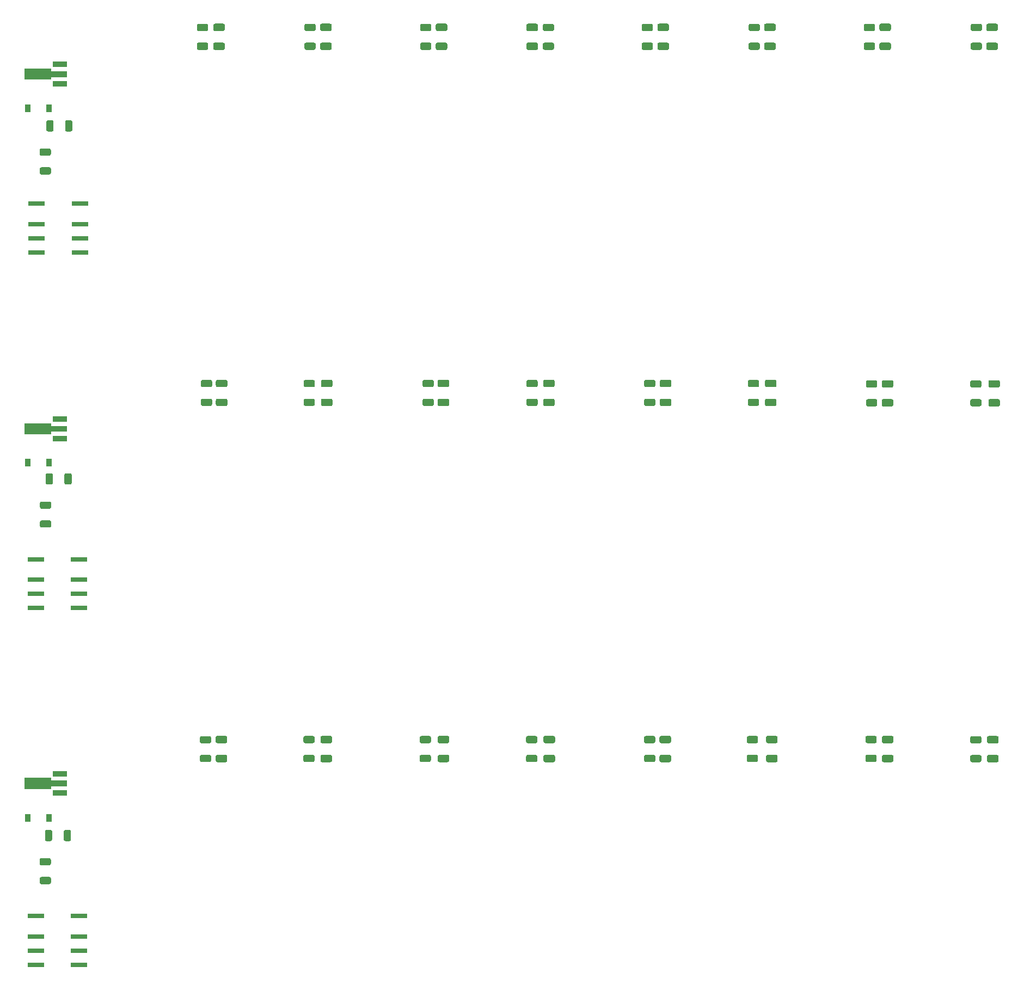
<source format=gbr>
%TF.GenerationSoftware,KiCad,Pcbnew,(5.1.9)-1*%
%TF.CreationDate,2021-07-24T23:41:22+02:00*%
%TF.ProjectId,RelayControls-HPK,52656c61-7943-46f6-9e74-726f6c732d48,V0.1*%
%TF.SameCoordinates,Original*%
%TF.FileFunction,Paste,Top*%
%TF.FilePolarity,Positive*%
%FSLAX46Y46*%
G04 Gerber Fmt 4.6, Leading zero omitted, Abs format (unit mm)*
G04 Created by KiCad (PCBNEW (5.1.9)-1) date 2021-07-24 23:41:22*
%MOMM*%
%LPD*%
G01*
G04 APERTURE LIST*
%ADD10R,0.900000X1.200000*%
%ADD11R,2.660000X0.800000*%
%ADD12C,0.100000*%
%ADD13R,2.300000X0.900000*%
G04 APERTURE END LIST*
%TO.C,C1*%
G36*
G01*
X120500001Y-37325000D02*
X119199999Y-37325000D01*
G75*
G02*
X118950000Y-37075001I0J249999D01*
G01*
X118950000Y-36424999D01*
G75*
G02*
X119199999Y-36175000I249999J0D01*
G01*
X120500001Y-36175000D01*
G75*
G02*
X120750000Y-36424999I0J-249999D01*
G01*
X120750000Y-37075001D01*
G75*
G02*
X120500001Y-37325000I-249999J0D01*
G01*
G37*
G36*
G01*
X120500001Y-40275000D02*
X119199999Y-40275000D01*
G75*
G02*
X118950000Y-40025001I0J249999D01*
G01*
X118950000Y-39374999D01*
G75*
G02*
X119199999Y-39125000I249999J0D01*
G01*
X120500001Y-39125000D01*
G75*
G02*
X120750000Y-39374999I0J-249999D01*
G01*
X120750000Y-40025001D01*
G75*
G02*
X120500001Y-40275000I-249999J0D01*
G01*
G37*
%TD*%
%TO.C,C2*%
G36*
G01*
X51425001Y-40275000D02*
X50124999Y-40275000D01*
G75*
G02*
X49875000Y-40025001I0J249999D01*
G01*
X49875000Y-39374999D01*
G75*
G02*
X50124999Y-39125000I249999J0D01*
G01*
X51425001Y-39125000D01*
G75*
G02*
X51675000Y-39374999I0J-249999D01*
G01*
X51675000Y-40025001D01*
G75*
G02*
X51425001Y-40275000I-249999J0D01*
G01*
G37*
G36*
G01*
X51425001Y-37325000D02*
X50124999Y-37325000D01*
G75*
G02*
X49875000Y-37075001I0J249999D01*
G01*
X49875000Y-36424999D01*
G75*
G02*
X50124999Y-36175000I249999J0D01*
G01*
X51425001Y-36175000D01*
G75*
G02*
X51675000Y-36424999I0J-249999D01*
G01*
X51675000Y-37075001D01*
G75*
G02*
X51425001Y-37325000I-249999J0D01*
G01*
G37*
%TD*%
%TO.C,C3*%
G36*
G01*
X86025001Y-37325000D02*
X84724999Y-37325000D01*
G75*
G02*
X84475000Y-37075001I0J249999D01*
G01*
X84475000Y-36424999D01*
G75*
G02*
X84724999Y-36175000I249999J0D01*
G01*
X86025001Y-36175000D01*
G75*
G02*
X86275000Y-36424999I0J-249999D01*
G01*
X86275000Y-37075001D01*
G75*
G02*
X86025001Y-37325000I-249999J0D01*
G01*
G37*
G36*
G01*
X86025001Y-40275000D02*
X84724999Y-40275000D01*
G75*
G02*
X84475000Y-40025001I0J249999D01*
G01*
X84475000Y-39374999D01*
G75*
G02*
X84724999Y-39125000I249999J0D01*
G01*
X86025001Y-39125000D01*
G75*
G02*
X86275000Y-39374999I0J-249999D01*
G01*
X86275000Y-40025001D01*
G75*
G02*
X86025001Y-40275000I-249999J0D01*
G01*
G37*
%TD*%
%TO.C,C4*%
G36*
G01*
X155025001Y-37325000D02*
X153724999Y-37325000D01*
G75*
G02*
X153475000Y-37075001I0J249999D01*
G01*
X153475000Y-36424999D01*
G75*
G02*
X153724999Y-36175000I249999J0D01*
G01*
X155025001Y-36175000D01*
G75*
G02*
X155275000Y-36424999I0J-249999D01*
G01*
X155275000Y-37075001D01*
G75*
G02*
X155025001Y-37325000I-249999J0D01*
G01*
G37*
G36*
G01*
X155025001Y-40275000D02*
X153724999Y-40275000D01*
G75*
G02*
X153475000Y-40025001I0J249999D01*
G01*
X153475000Y-39374999D01*
G75*
G02*
X153724999Y-39125000I249999J0D01*
G01*
X155025001Y-39125000D01*
G75*
G02*
X155275000Y-39374999I0J-249999D01*
G01*
X155275000Y-40025001D01*
G75*
G02*
X155025001Y-40275000I-249999J0D01*
G01*
G37*
%TD*%
%TO.C,C5*%
G36*
G01*
X135799999Y-39125000D02*
X137100001Y-39125000D01*
G75*
G02*
X137350000Y-39374999I0J-249999D01*
G01*
X137350000Y-40025001D01*
G75*
G02*
X137100001Y-40275000I-249999J0D01*
G01*
X135799999Y-40275000D01*
G75*
G02*
X135550000Y-40025001I0J249999D01*
G01*
X135550000Y-39374999D01*
G75*
G02*
X135799999Y-39125000I249999J0D01*
G01*
G37*
G36*
G01*
X135799999Y-36175000D02*
X137100001Y-36175000D01*
G75*
G02*
X137350000Y-36424999I0J-249999D01*
G01*
X137350000Y-37075001D01*
G75*
G02*
X137100001Y-37325000I-249999J0D01*
G01*
X135799999Y-37325000D01*
G75*
G02*
X135550000Y-37075001I0J249999D01*
G01*
X135550000Y-36424999D01*
G75*
G02*
X135799999Y-36175000I249999J0D01*
G01*
G37*
%TD*%
%TO.C,C6*%
G36*
G01*
X66749999Y-36175000D02*
X68050001Y-36175000D01*
G75*
G02*
X68300000Y-36424999I0J-249999D01*
G01*
X68300000Y-37075001D01*
G75*
G02*
X68050001Y-37325000I-249999J0D01*
G01*
X66749999Y-37325000D01*
G75*
G02*
X66500000Y-37075001I0J249999D01*
G01*
X66500000Y-36424999D01*
G75*
G02*
X66749999Y-36175000I249999J0D01*
G01*
G37*
G36*
G01*
X66749999Y-39125000D02*
X68050001Y-39125000D01*
G75*
G02*
X68300000Y-39374999I0J-249999D01*
G01*
X68300000Y-40025001D01*
G75*
G02*
X68050001Y-40275000I-249999J0D01*
G01*
X66749999Y-40275000D01*
G75*
G02*
X66500000Y-40025001I0J249999D01*
G01*
X66500000Y-39374999D01*
G75*
G02*
X66749999Y-39125000I249999J0D01*
G01*
G37*
%TD*%
%TO.C,C7*%
G36*
G01*
X98819999Y-39125000D02*
X100120001Y-39125000D01*
G75*
G02*
X100370000Y-39374999I0J-249999D01*
G01*
X100370000Y-40025001D01*
G75*
G02*
X100120001Y-40275000I-249999J0D01*
G01*
X98819999Y-40275000D01*
G75*
G02*
X98570000Y-40025001I0J249999D01*
G01*
X98570000Y-39374999D01*
G75*
G02*
X98819999Y-39125000I249999J0D01*
G01*
G37*
G36*
G01*
X98819999Y-36175000D02*
X100120001Y-36175000D01*
G75*
G02*
X100370000Y-36424999I0J-249999D01*
G01*
X100370000Y-37075001D01*
G75*
G02*
X100120001Y-37325000I-249999J0D01*
G01*
X98819999Y-37325000D01*
G75*
G02*
X98570000Y-37075001I0J249999D01*
G01*
X98570000Y-36424999D01*
G75*
G02*
X98819999Y-36175000I249999J0D01*
G01*
G37*
%TD*%
%TO.C,C8*%
G36*
G01*
X170349999Y-36175000D02*
X171650001Y-36175000D01*
G75*
G02*
X171900000Y-36424999I0J-249999D01*
G01*
X171900000Y-37075001D01*
G75*
G02*
X171650001Y-37325000I-249999J0D01*
G01*
X170349999Y-37325000D01*
G75*
G02*
X170100000Y-37075001I0J249999D01*
G01*
X170100000Y-36424999D01*
G75*
G02*
X170349999Y-36175000I249999J0D01*
G01*
G37*
G36*
G01*
X170349999Y-39125000D02*
X171650001Y-39125000D01*
G75*
G02*
X171900000Y-39374999I0J-249999D01*
G01*
X171900000Y-40025001D01*
G75*
G02*
X171650001Y-40275000I-249999J0D01*
G01*
X170349999Y-40275000D01*
G75*
G02*
X170100000Y-40025001I0J249999D01*
G01*
X170100000Y-39374999D01*
G75*
G02*
X170349999Y-39125000I249999J0D01*
G01*
G37*
%TD*%
%TO.C,C9*%
G36*
G01*
X120875001Y-92725000D02*
X119574999Y-92725000D01*
G75*
G02*
X119325000Y-92475001I0J249999D01*
G01*
X119325000Y-91824999D01*
G75*
G02*
X119574999Y-91575000I249999J0D01*
G01*
X120875001Y-91575000D01*
G75*
G02*
X121125000Y-91824999I0J-249999D01*
G01*
X121125000Y-92475001D01*
G75*
G02*
X120875001Y-92725000I-249999J0D01*
G01*
G37*
G36*
G01*
X120875001Y-95675000D02*
X119574999Y-95675000D01*
G75*
G02*
X119325000Y-95425001I0J249999D01*
G01*
X119325000Y-94774999D01*
G75*
G02*
X119574999Y-94525000I249999J0D01*
G01*
X120875001Y-94525000D01*
G75*
G02*
X121125000Y-94774999I0J-249999D01*
G01*
X121125000Y-95425001D01*
G75*
G02*
X120875001Y-95675000I-249999J0D01*
G01*
G37*
%TD*%
%TO.C,C10*%
G36*
G01*
X51825001Y-95675000D02*
X50524999Y-95675000D01*
G75*
G02*
X50275000Y-95425001I0J249999D01*
G01*
X50275000Y-94774999D01*
G75*
G02*
X50524999Y-94525000I249999J0D01*
G01*
X51825001Y-94525000D01*
G75*
G02*
X52075000Y-94774999I0J-249999D01*
G01*
X52075000Y-95425001D01*
G75*
G02*
X51825001Y-95675000I-249999J0D01*
G01*
G37*
G36*
G01*
X51825001Y-92725000D02*
X50524999Y-92725000D01*
G75*
G02*
X50275000Y-92475001I0J249999D01*
G01*
X50275000Y-91824999D01*
G75*
G02*
X50524999Y-91575000I249999J0D01*
G01*
X51825001Y-91575000D01*
G75*
G02*
X52075000Y-91824999I0J-249999D01*
G01*
X52075000Y-92475001D01*
G75*
G02*
X51825001Y-92725000I-249999J0D01*
G01*
G37*
%TD*%
%TO.C,C11*%
G36*
G01*
X86325001Y-95675000D02*
X85024999Y-95675000D01*
G75*
G02*
X84775000Y-95425001I0J249999D01*
G01*
X84775000Y-94774999D01*
G75*
G02*
X85024999Y-94525000I249999J0D01*
G01*
X86325001Y-94525000D01*
G75*
G02*
X86575000Y-94774999I0J-249999D01*
G01*
X86575000Y-95425001D01*
G75*
G02*
X86325001Y-95675000I-249999J0D01*
G01*
G37*
G36*
G01*
X86325001Y-92725000D02*
X85024999Y-92725000D01*
G75*
G02*
X84775000Y-92475001I0J249999D01*
G01*
X84775000Y-91824999D01*
G75*
G02*
X85024999Y-91575000I249999J0D01*
G01*
X86325001Y-91575000D01*
G75*
G02*
X86575000Y-91824999I0J-249999D01*
G01*
X86575000Y-92475001D01*
G75*
G02*
X86325001Y-92725000I-249999J0D01*
G01*
G37*
%TD*%
%TO.C,C12*%
G36*
G01*
X155390001Y-92790000D02*
X154089999Y-92790000D01*
G75*
G02*
X153840000Y-92540001I0J249999D01*
G01*
X153840000Y-91889999D01*
G75*
G02*
X154089999Y-91640000I249999J0D01*
G01*
X155390001Y-91640000D01*
G75*
G02*
X155640000Y-91889999I0J-249999D01*
G01*
X155640000Y-92540001D01*
G75*
G02*
X155390001Y-92790000I-249999J0D01*
G01*
G37*
G36*
G01*
X155390001Y-95740000D02*
X154089999Y-95740000D01*
G75*
G02*
X153840000Y-95490001I0J249999D01*
G01*
X153840000Y-94839999D01*
G75*
G02*
X154089999Y-94590000I249999J0D01*
G01*
X155390001Y-94590000D01*
G75*
G02*
X155640000Y-94839999I0J-249999D01*
G01*
X155640000Y-95490001D01*
G75*
G02*
X155390001Y-95740000I-249999J0D01*
G01*
G37*
%TD*%
%TO.C,C13*%
G36*
G01*
X135924999Y-91575000D02*
X137225001Y-91575000D01*
G75*
G02*
X137475000Y-91824999I0J-249999D01*
G01*
X137475000Y-92475001D01*
G75*
G02*
X137225001Y-92725000I-249999J0D01*
G01*
X135924999Y-92725000D01*
G75*
G02*
X135675000Y-92475001I0J249999D01*
G01*
X135675000Y-91824999D01*
G75*
G02*
X135924999Y-91575000I249999J0D01*
G01*
G37*
G36*
G01*
X135924999Y-94525000D02*
X137225001Y-94525000D01*
G75*
G02*
X137475000Y-94774999I0J-249999D01*
G01*
X137475000Y-95425001D01*
G75*
G02*
X137225001Y-95675000I-249999J0D01*
G01*
X135924999Y-95675000D01*
G75*
G02*
X135675000Y-95425001I0J249999D01*
G01*
X135675000Y-94774999D01*
G75*
G02*
X135924999Y-94525000I249999J0D01*
G01*
G37*
%TD*%
%TO.C,C14*%
G36*
G01*
X66874999Y-91575000D02*
X68175001Y-91575000D01*
G75*
G02*
X68425000Y-91824999I0J-249999D01*
G01*
X68425000Y-92475001D01*
G75*
G02*
X68175001Y-92725000I-249999J0D01*
G01*
X66874999Y-92725000D01*
G75*
G02*
X66625000Y-92475001I0J249999D01*
G01*
X66625000Y-91824999D01*
G75*
G02*
X66874999Y-91575000I249999J0D01*
G01*
G37*
G36*
G01*
X66874999Y-94525000D02*
X68175001Y-94525000D01*
G75*
G02*
X68425000Y-94774999I0J-249999D01*
G01*
X68425000Y-95425001D01*
G75*
G02*
X68175001Y-95675000I-249999J0D01*
G01*
X66874999Y-95675000D01*
G75*
G02*
X66625000Y-95425001I0J249999D01*
G01*
X66625000Y-94774999D01*
G75*
G02*
X66874999Y-94525000I249999J0D01*
G01*
G37*
%TD*%
%TO.C,C15*%
G36*
G01*
X101424999Y-91575000D02*
X102725001Y-91575000D01*
G75*
G02*
X102975000Y-91824999I0J-249999D01*
G01*
X102975000Y-92475001D01*
G75*
G02*
X102725001Y-92725000I-249999J0D01*
G01*
X101424999Y-92725000D01*
G75*
G02*
X101175000Y-92475001I0J249999D01*
G01*
X101175000Y-91824999D01*
G75*
G02*
X101424999Y-91575000I249999J0D01*
G01*
G37*
G36*
G01*
X101424999Y-94525000D02*
X102725001Y-94525000D01*
G75*
G02*
X102975000Y-94774999I0J-249999D01*
G01*
X102975000Y-95425001D01*
G75*
G02*
X102725001Y-95675000I-249999J0D01*
G01*
X101424999Y-95675000D01*
G75*
G02*
X101175000Y-95425001I0J249999D01*
G01*
X101175000Y-94774999D01*
G75*
G02*
X101424999Y-94525000I249999J0D01*
G01*
G37*
%TD*%
%TO.C,C16*%
G36*
G01*
X170669999Y-91640000D02*
X171970001Y-91640000D01*
G75*
G02*
X172220000Y-91889999I0J-249999D01*
G01*
X172220000Y-92540001D01*
G75*
G02*
X171970001Y-92790000I-249999J0D01*
G01*
X170669999Y-92790000D01*
G75*
G02*
X170420000Y-92540001I0J249999D01*
G01*
X170420000Y-91889999D01*
G75*
G02*
X170669999Y-91640000I249999J0D01*
G01*
G37*
G36*
G01*
X170669999Y-94590000D02*
X171970001Y-94590000D01*
G75*
G02*
X172220000Y-94839999I0J-249999D01*
G01*
X172220000Y-95490001D01*
G75*
G02*
X171970001Y-95740000I-249999J0D01*
G01*
X170669999Y-95740000D01*
G75*
G02*
X170420000Y-95490001I0J249999D01*
G01*
X170420000Y-94839999D01*
G75*
G02*
X170669999Y-94590000I249999J0D01*
G01*
G37*
%TD*%
%TO.C,C17*%
G36*
G01*
X120825001Y-151075000D02*
X119524999Y-151075000D01*
G75*
G02*
X119275000Y-150825001I0J249999D01*
G01*
X119275000Y-150174999D01*
G75*
G02*
X119524999Y-149925000I249999J0D01*
G01*
X120825001Y-149925000D01*
G75*
G02*
X121075000Y-150174999I0J-249999D01*
G01*
X121075000Y-150825001D01*
G75*
G02*
X120825001Y-151075000I-249999J0D01*
G01*
G37*
G36*
G01*
X120825001Y-148125000D02*
X119524999Y-148125000D01*
G75*
G02*
X119275000Y-147875001I0J249999D01*
G01*
X119275000Y-147224999D01*
G75*
G02*
X119524999Y-146975000I249999J0D01*
G01*
X120825001Y-146975000D01*
G75*
G02*
X121075000Y-147224999I0J-249999D01*
G01*
X121075000Y-147875001D01*
G75*
G02*
X120825001Y-148125000I-249999J0D01*
G01*
G37*
%TD*%
%TO.C,C18*%
G36*
G01*
X51800001Y-148125000D02*
X50499999Y-148125000D01*
G75*
G02*
X50250000Y-147875001I0J249999D01*
G01*
X50250000Y-147224999D01*
G75*
G02*
X50499999Y-146975000I249999J0D01*
G01*
X51800001Y-146975000D01*
G75*
G02*
X52050000Y-147224999I0J-249999D01*
G01*
X52050000Y-147875001D01*
G75*
G02*
X51800001Y-148125000I-249999J0D01*
G01*
G37*
G36*
G01*
X51800001Y-151075000D02*
X50499999Y-151075000D01*
G75*
G02*
X50250000Y-150825001I0J249999D01*
G01*
X50250000Y-150174999D01*
G75*
G02*
X50499999Y-149925000I249999J0D01*
G01*
X51800001Y-149925000D01*
G75*
G02*
X52050000Y-150174999I0J-249999D01*
G01*
X52050000Y-150825001D01*
G75*
G02*
X51800001Y-151075000I-249999J0D01*
G01*
G37*
%TD*%
%TO.C,C19*%
G36*
G01*
X86325001Y-148125000D02*
X85024999Y-148125000D01*
G75*
G02*
X84775000Y-147875001I0J249999D01*
G01*
X84775000Y-147224999D01*
G75*
G02*
X85024999Y-146975000I249999J0D01*
G01*
X86325001Y-146975000D01*
G75*
G02*
X86575000Y-147224999I0J-249999D01*
G01*
X86575000Y-147875001D01*
G75*
G02*
X86325001Y-148125000I-249999J0D01*
G01*
G37*
G36*
G01*
X86325001Y-151075000D02*
X85024999Y-151075000D01*
G75*
G02*
X84775000Y-150825001I0J249999D01*
G01*
X84775000Y-150174999D01*
G75*
G02*
X85024999Y-149925000I249999J0D01*
G01*
X86325001Y-149925000D01*
G75*
G02*
X86575000Y-150174999I0J-249999D01*
G01*
X86575000Y-150825001D01*
G75*
G02*
X86325001Y-151075000I-249999J0D01*
G01*
G37*
%TD*%
%TO.C,C20*%
G36*
G01*
X155410001Y-151075000D02*
X154109999Y-151075000D01*
G75*
G02*
X153860000Y-150825001I0J249999D01*
G01*
X153860000Y-150174999D01*
G75*
G02*
X154109999Y-149925000I249999J0D01*
G01*
X155410001Y-149925000D01*
G75*
G02*
X155660000Y-150174999I0J-249999D01*
G01*
X155660000Y-150825001D01*
G75*
G02*
X155410001Y-151075000I-249999J0D01*
G01*
G37*
G36*
G01*
X155410001Y-148125000D02*
X154109999Y-148125000D01*
G75*
G02*
X153860000Y-147875001I0J249999D01*
G01*
X153860000Y-147224999D01*
G75*
G02*
X154109999Y-146975000I249999J0D01*
G01*
X155410001Y-146975000D01*
G75*
G02*
X155660000Y-147224999I0J-249999D01*
G01*
X155660000Y-147875001D01*
G75*
G02*
X155410001Y-148125000I-249999J0D01*
G01*
G37*
%TD*%
%TO.C,C21*%
G36*
G01*
X136099999Y-149925000D02*
X137400001Y-149925000D01*
G75*
G02*
X137650000Y-150174999I0J-249999D01*
G01*
X137650000Y-150825001D01*
G75*
G02*
X137400001Y-151075000I-249999J0D01*
G01*
X136099999Y-151075000D01*
G75*
G02*
X135850000Y-150825001I0J249999D01*
G01*
X135850000Y-150174999D01*
G75*
G02*
X136099999Y-149925000I249999J0D01*
G01*
G37*
G36*
G01*
X136099999Y-146975000D02*
X137400001Y-146975000D01*
G75*
G02*
X137650000Y-147224999I0J-249999D01*
G01*
X137650000Y-147875001D01*
G75*
G02*
X137400001Y-148125000I-249999J0D01*
G01*
X136099999Y-148125000D01*
G75*
G02*
X135850000Y-147875001I0J249999D01*
G01*
X135850000Y-147224999D01*
G75*
G02*
X136099999Y-146975000I249999J0D01*
G01*
G37*
%TD*%
%TO.C,C22*%
G36*
G01*
X66799999Y-149925000D02*
X68100001Y-149925000D01*
G75*
G02*
X68350000Y-150174999I0J-249999D01*
G01*
X68350000Y-150825001D01*
G75*
G02*
X68100001Y-151075000I-249999J0D01*
G01*
X66799999Y-151075000D01*
G75*
G02*
X66550000Y-150825001I0J249999D01*
G01*
X66550000Y-150174999D01*
G75*
G02*
X66799999Y-149925000I249999J0D01*
G01*
G37*
G36*
G01*
X66799999Y-146975000D02*
X68100001Y-146975000D01*
G75*
G02*
X68350000Y-147224999I0J-249999D01*
G01*
X68350000Y-147875001D01*
G75*
G02*
X68100001Y-148125000I-249999J0D01*
G01*
X66799999Y-148125000D01*
G75*
G02*
X66550000Y-147875001I0J249999D01*
G01*
X66550000Y-147224999D01*
G75*
G02*
X66799999Y-146975000I249999J0D01*
G01*
G37*
%TD*%
%TO.C,C23*%
G36*
G01*
X101474999Y-146975000D02*
X102775001Y-146975000D01*
G75*
G02*
X103025000Y-147224999I0J-249999D01*
G01*
X103025000Y-147875001D01*
G75*
G02*
X102775001Y-148125000I-249999J0D01*
G01*
X101474999Y-148125000D01*
G75*
G02*
X101225000Y-147875001I0J249999D01*
G01*
X101225000Y-147224999D01*
G75*
G02*
X101474999Y-146975000I249999J0D01*
G01*
G37*
G36*
G01*
X101474999Y-149925000D02*
X102775001Y-149925000D01*
G75*
G02*
X103025000Y-150174999I0J-249999D01*
G01*
X103025000Y-150825001D01*
G75*
G02*
X102775001Y-151075000I-249999J0D01*
G01*
X101474999Y-151075000D01*
G75*
G02*
X101225000Y-150825001I0J249999D01*
G01*
X101225000Y-150174999D01*
G75*
G02*
X101474999Y-149925000I249999J0D01*
G01*
G37*
%TD*%
%TO.C,C24*%
G36*
G01*
X170459999Y-149950000D02*
X171760001Y-149950000D01*
G75*
G02*
X172010000Y-150199999I0J-249999D01*
G01*
X172010000Y-150850001D01*
G75*
G02*
X171760001Y-151100000I-249999J0D01*
G01*
X170459999Y-151100000D01*
G75*
G02*
X170210000Y-150850001I0J249999D01*
G01*
X170210000Y-150199999D01*
G75*
G02*
X170459999Y-149950000I249999J0D01*
G01*
G37*
G36*
G01*
X170459999Y-147000000D02*
X171760001Y-147000000D01*
G75*
G02*
X172010000Y-147249999I0J-249999D01*
G01*
X172010000Y-147900001D01*
G75*
G02*
X171760001Y-148150000I-249999J0D01*
G01*
X170459999Y-148150000D01*
G75*
G02*
X170210000Y-147900001I0J249999D01*
G01*
X170210000Y-147249999D01*
G75*
G02*
X170459999Y-147000000I249999J0D01*
G01*
G37*
%TD*%
D10*
%TO.C,D1*%
X24305001Y-49325000D03*
X21005001Y-49325000D03*
%TD*%
%TO.C,D3*%
X20999999Y-104500000D03*
X24299999Y-104500000D03*
%TD*%
%TO.C,D5*%
X21000000Y-159750000D03*
X24300000Y-159750000D03*
%TD*%
D11*
%TO.C,K1*%
X22410001Y-64154999D03*
X22410001Y-67354999D03*
X22410001Y-69554999D03*
X22410001Y-71754999D03*
X29150001Y-71754999D03*
X29150001Y-69554999D03*
X29150001Y-67354999D03*
X29150001Y-64154999D03*
%TD*%
%TO.C,K2*%
X22260000Y-119500000D03*
X22260000Y-122700000D03*
X22260000Y-124900000D03*
X22260000Y-127100000D03*
X29000000Y-127100000D03*
X29000000Y-124900000D03*
X29000000Y-122700000D03*
X29000000Y-119500000D03*
%TD*%
%TO.C,K3*%
X29000000Y-175000000D03*
X29000000Y-178200000D03*
X29000000Y-180400000D03*
X29000000Y-182600000D03*
X22260000Y-182600000D03*
X22260000Y-180400000D03*
X22260000Y-178200000D03*
X22260000Y-175000000D03*
%TD*%
D12*
%TO.C,Q1*%
G36*
X20555001Y-43158500D02*
G01*
X24680001Y-43158500D01*
X24680001Y-43575000D01*
X27155001Y-43575000D01*
X27155001Y-44475000D01*
X24680001Y-44475000D01*
X24680001Y-44891500D01*
X20555001Y-44891500D01*
X20555001Y-43158500D01*
G37*
D13*
X26005001Y-42525000D03*
X26005001Y-45525000D03*
%TD*%
%TO.C,Q2*%
X25999999Y-100700000D03*
X25999999Y-97700000D03*
D12*
G36*
X20549999Y-98333500D02*
G01*
X24674999Y-98333500D01*
X24674999Y-98750000D01*
X27149999Y-98750000D01*
X27149999Y-99650000D01*
X24674999Y-99650000D01*
X24674999Y-100066500D01*
X20549999Y-100066500D01*
X20549999Y-98333500D01*
G37*
%TD*%
D13*
%TO.C,Q3*%
X26000000Y-155875000D03*
X26000000Y-152875000D03*
D12*
G36*
X20550000Y-153508500D02*
G01*
X24675000Y-153508500D01*
X24675000Y-153925000D01*
X27150000Y-153925000D01*
X27150000Y-154825000D01*
X24675000Y-154825000D01*
X24675000Y-155241500D01*
X20550000Y-155241500D01*
X20550000Y-153508500D01*
G37*
%TD*%
%TO.C,R1*%
G36*
G01*
X26831371Y-52700001D02*
X26831371Y-51449999D01*
G75*
G02*
X27081370Y-51200000I249999J0D01*
G01*
X27706372Y-51200000D01*
G75*
G02*
X27956371Y-51449999I0J-249999D01*
G01*
X27956371Y-52700001D01*
G75*
G02*
X27706372Y-52950000I-249999J0D01*
G01*
X27081370Y-52950000D01*
G75*
G02*
X26831371Y-52700001I0J249999D01*
G01*
G37*
G36*
G01*
X23906371Y-52700001D02*
X23906371Y-51449999D01*
G75*
G02*
X24156370Y-51200000I249999J0D01*
G01*
X24781372Y-51200000D01*
G75*
G02*
X25031371Y-51449999I0J-249999D01*
G01*
X25031371Y-52700001D01*
G75*
G02*
X24781372Y-52950000I-249999J0D01*
G01*
X24156370Y-52950000D01*
G75*
G02*
X23906371Y-52700001I0J249999D01*
G01*
G37*
%TD*%
%TO.C,R2*%
G36*
G01*
X64299999Y-39125000D02*
X65550001Y-39125000D01*
G75*
G02*
X65800000Y-39374999I0J-249999D01*
G01*
X65800000Y-40000001D01*
G75*
G02*
X65550001Y-40250000I-249999J0D01*
G01*
X64299999Y-40250000D01*
G75*
G02*
X64050000Y-40000001I0J249999D01*
G01*
X64050000Y-39374999D01*
G75*
G02*
X64299999Y-39125000I249999J0D01*
G01*
G37*
G36*
G01*
X64299999Y-36200000D02*
X65550001Y-36200000D01*
G75*
G02*
X65800000Y-36449999I0J-249999D01*
G01*
X65800000Y-37075001D01*
G75*
G02*
X65550001Y-37325000I-249999J0D01*
G01*
X64299999Y-37325000D01*
G75*
G02*
X64050000Y-37075001I0J249999D01*
G01*
X64050000Y-36449999D01*
G75*
G02*
X64299999Y-36200000I249999J0D01*
G01*
G37*
%TD*%
%TO.C,R3*%
G36*
G01*
X118000001Y-40250000D02*
X116749999Y-40250000D01*
G75*
G02*
X116500000Y-40000001I0J249999D01*
G01*
X116500000Y-39374999D01*
G75*
G02*
X116749999Y-39125000I249999J0D01*
G01*
X118000001Y-39125000D01*
G75*
G02*
X118250000Y-39374999I0J-249999D01*
G01*
X118250000Y-40000001D01*
G75*
G02*
X118000001Y-40250000I-249999J0D01*
G01*
G37*
G36*
G01*
X118000001Y-37325000D02*
X116749999Y-37325000D01*
G75*
G02*
X116500000Y-37075001I0J249999D01*
G01*
X116500000Y-36449999D01*
G75*
G02*
X116749999Y-36200000I249999J0D01*
G01*
X118000001Y-36200000D01*
G75*
G02*
X118250000Y-36449999I0J-249999D01*
G01*
X118250000Y-37075001D01*
G75*
G02*
X118000001Y-37325000I-249999J0D01*
G01*
G37*
%TD*%
%TO.C,R4*%
G36*
G01*
X48825001Y-37325000D02*
X47574999Y-37325000D01*
G75*
G02*
X47325000Y-37075001I0J249999D01*
G01*
X47325000Y-36449999D01*
G75*
G02*
X47574999Y-36200000I249999J0D01*
G01*
X48825001Y-36200000D01*
G75*
G02*
X49075000Y-36449999I0J-249999D01*
G01*
X49075000Y-37075001D01*
G75*
G02*
X48825001Y-37325000I-249999J0D01*
G01*
G37*
G36*
G01*
X48825001Y-40250000D02*
X47574999Y-40250000D01*
G75*
G02*
X47325000Y-40000001I0J249999D01*
G01*
X47325000Y-39374999D01*
G75*
G02*
X47574999Y-39125000I249999J0D01*
G01*
X48825001Y-39125000D01*
G75*
G02*
X49075000Y-39374999I0J-249999D01*
G01*
X49075000Y-40000001D01*
G75*
G02*
X48825001Y-40250000I-249999J0D01*
G01*
G37*
%TD*%
%TO.C,R5*%
G36*
G01*
X83550001Y-37325000D02*
X82299999Y-37325000D01*
G75*
G02*
X82050000Y-37075001I0J249999D01*
G01*
X82050000Y-36449999D01*
G75*
G02*
X82299999Y-36200000I249999J0D01*
G01*
X83550001Y-36200000D01*
G75*
G02*
X83800000Y-36449999I0J-249999D01*
G01*
X83800000Y-37075001D01*
G75*
G02*
X83550001Y-37325000I-249999J0D01*
G01*
G37*
G36*
G01*
X83550001Y-40250000D02*
X82299999Y-40250000D01*
G75*
G02*
X82050000Y-40000001I0J249999D01*
G01*
X82050000Y-39374999D01*
G75*
G02*
X82299999Y-39125000I249999J0D01*
G01*
X83550001Y-39125000D01*
G75*
G02*
X83800000Y-39374999I0J-249999D01*
G01*
X83800000Y-40000001D01*
G75*
G02*
X83550001Y-40250000I-249999J0D01*
G01*
G37*
%TD*%
%TO.C,R6*%
G36*
G01*
X152550001Y-40250000D02*
X151299999Y-40250000D01*
G75*
G02*
X151050000Y-40000001I0J249999D01*
G01*
X151050000Y-39374999D01*
G75*
G02*
X151299999Y-39125000I249999J0D01*
G01*
X152550001Y-39125000D01*
G75*
G02*
X152800000Y-39374999I0J-249999D01*
G01*
X152800000Y-40000001D01*
G75*
G02*
X152550001Y-40250000I-249999J0D01*
G01*
G37*
G36*
G01*
X152550001Y-37325000D02*
X151299999Y-37325000D01*
G75*
G02*
X151050000Y-37075001I0J249999D01*
G01*
X151050000Y-36449999D01*
G75*
G02*
X151299999Y-36200000I249999J0D01*
G01*
X152550001Y-36200000D01*
G75*
G02*
X152800000Y-36449999I0J-249999D01*
G01*
X152800000Y-37075001D01*
G75*
G02*
X152550001Y-37325000I-249999J0D01*
G01*
G37*
%TD*%
%TO.C,R7*%
G36*
G01*
X133374999Y-36200000D02*
X134625001Y-36200000D01*
G75*
G02*
X134875000Y-36449999I0J-249999D01*
G01*
X134875000Y-37075001D01*
G75*
G02*
X134625001Y-37325000I-249999J0D01*
G01*
X133374999Y-37325000D01*
G75*
G02*
X133125000Y-37075001I0J249999D01*
G01*
X133125000Y-36449999D01*
G75*
G02*
X133374999Y-36200000I249999J0D01*
G01*
G37*
G36*
G01*
X133374999Y-39125000D02*
X134625001Y-39125000D01*
G75*
G02*
X134875000Y-39374999I0J-249999D01*
G01*
X134875000Y-40000001D01*
G75*
G02*
X134625001Y-40250000I-249999J0D01*
G01*
X133374999Y-40250000D01*
G75*
G02*
X133125000Y-40000001I0J249999D01*
G01*
X133125000Y-39374999D01*
G75*
G02*
X133374999Y-39125000I249999J0D01*
G01*
G37*
%TD*%
%TO.C,R8*%
G36*
G01*
X101369999Y-39125000D02*
X102620001Y-39125000D01*
G75*
G02*
X102870000Y-39374999I0J-249999D01*
G01*
X102870000Y-40000001D01*
G75*
G02*
X102620001Y-40250000I-249999J0D01*
G01*
X101369999Y-40250000D01*
G75*
G02*
X101120000Y-40000001I0J249999D01*
G01*
X101120000Y-39374999D01*
G75*
G02*
X101369999Y-39125000I249999J0D01*
G01*
G37*
G36*
G01*
X101369999Y-36200000D02*
X102620001Y-36200000D01*
G75*
G02*
X102870000Y-36449999I0J-249999D01*
G01*
X102870000Y-37075001D01*
G75*
G02*
X102620001Y-37325000I-249999J0D01*
G01*
X101369999Y-37325000D01*
G75*
G02*
X101120000Y-37075001I0J249999D01*
G01*
X101120000Y-36449999D01*
G75*
G02*
X101369999Y-36200000I249999J0D01*
G01*
G37*
%TD*%
%TO.C,R9*%
G36*
G01*
X167924999Y-39125000D02*
X169175001Y-39125000D01*
G75*
G02*
X169425000Y-39374999I0J-249999D01*
G01*
X169425000Y-40000001D01*
G75*
G02*
X169175001Y-40250000I-249999J0D01*
G01*
X167924999Y-40250000D01*
G75*
G02*
X167675000Y-40000001I0J249999D01*
G01*
X167675000Y-39374999D01*
G75*
G02*
X167924999Y-39125000I249999J0D01*
G01*
G37*
G36*
G01*
X167924999Y-36200000D02*
X169175001Y-36200000D01*
G75*
G02*
X169425000Y-36449999I0J-249999D01*
G01*
X169425000Y-37075001D01*
G75*
G02*
X169175001Y-37325000I-249999J0D01*
G01*
X167924999Y-37325000D01*
G75*
G02*
X167675000Y-37075001I0J249999D01*
G01*
X167675000Y-36449999D01*
G75*
G02*
X167924999Y-36200000I249999J0D01*
G01*
G37*
%TD*%
%TO.C,R10*%
G36*
G01*
X24375001Y-56725685D02*
X23124999Y-56725685D01*
G75*
G02*
X22875000Y-56475686I0J249999D01*
G01*
X22875000Y-55850684D01*
G75*
G02*
X23124999Y-55600685I249999J0D01*
G01*
X24375001Y-55600685D01*
G75*
G02*
X24625000Y-55850684I0J-249999D01*
G01*
X24625000Y-56475686D01*
G75*
G02*
X24375001Y-56725685I-249999J0D01*
G01*
G37*
G36*
G01*
X24375001Y-59650685D02*
X23124999Y-59650685D01*
G75*
G02*
X22875000Y-59400686I0J249999D01*
G01*
X22875000Y-58775684D01*
G75*
G02*
X23124999Y-58525685I249999J0D01*
G01*
X24375001Y-58525685D01*
G75*
G02*
X24625000Y-58775684I0J-249999D01*
G01*
X24625000Y-59400686D01*
G75*
G02*
X24375001Y-59650685I-249999J0D01*
G01*
G37*
%TD*%
%TO.C,R11*%
G36*
G01*
X23800000Y-107625001D02*
X23800000Y-106374999D01*
G75*
G02*
X24049999Y-106125000I249999J0D01*
G01*
X24675001Y-106125000D01*
G75*
G02*
X24925000Y-106374999I0J-249999D01*
G01*
X24925000Y-107625001D01*
G75*
G02*
X24675001Y-107875000I-249999J0D01*
G01*
X24049999Y-107875000D01*
G75*
G02*
X23800000Y-107625001I0J249999D01*
G01*
G37*
G36*
G01*
X26725000Y-107625001D02*
X26725000Y-106374999D01*
G75*
G02*
X26974999Y-106125000I249999J0D01*
G01*
X27600001Y-106125000D01*
G75*
G02*
X27850000Y-106374999I0J-249999D01*
G01*
X27850000Y-107625001D01*
G75*
G02*
X27600001Y-107875000I-249999J0D01*
G01*
X26974999Y-107875000D01*
G75*
G02*
X26725000Y-107625001I0J249999D01*
G01*
G37*
%TD*%
%TO.C,R12*%
G36*
G01*
X118375001Y-95650000D02*
X117124999Y-95650000D01*
G75*
G02*
X116875000Y-95400001I0J249999D01*
G01*
X116875000Y-94774999D01*
G75*
G02*
X117124999Y-94525000I249999J0D01*
G01*
X118375001Y-94525000D01*
G75*
G02*
X118625000Y-94774999I0J-249999D01*
G01*
X118625000Y-95400001D01*
G75*
G02*
X118375001Y-95650000I-249999J0D01*
G01*
G37*
G36*
G01*
X118375001Y-92725000D02*
X117124999Y-92725000D01*
G75*
G02*
X116875000Y-92475001I0J249999D01*
G01*
X116875000Y-91849999D01*
G75*
G02*
X117124999Y-91600000I249999J0D01*
G01*
X118375001Y-91600000D01*
G75*
G02*
X118625000Y-91849999I0J-249999D01*
G01*
X118625000Y-92475001D01*
G75*
G02*
X118375001Y-92725000I-249999J0D01*
G01*
G37*
%TD*%
%TO.C,R13*%
G36*
G01*
X49450001Y-95650000D02*
X48199999Y-95650000D01*
G75*
G02*
X47950000Y-95400001I0J249999D01*
G01*
X47950000Y-94774999D01*
G75*
G02*
X48199999Y-94525000I249999J0D01*
G01*
X49450001Y-94525000D01*
G75*
G02*
X49700000Y-94774999I0J-249999D01*
G01*
X49700000Y-95400001D01*
G75*
G02*
X49450001Y-95650000I-249999J0D01*
G01*
G37*
G36*
G01*
X49450001Y-92725000D02*
X48199999Y-92725000D01*
G75*
G02*
X47950000Y-92475001I0J249999D01*
G01*
X47950000Y-91849999D01*
G75*
G02*
X48199999Y-91600000I249999J0D01*
G01*
X49450001Y-91600000D01*
G75*
G02*
X49700000Y-91849999I0J-249999D01*
G01*
X49700000Y-92475001D01*
G75*
G02*
X49450001Y-92725000I-249999J0D01*
G01*
G37*
%TD*%
%TO.C,R14*%
G36*
G01*
X83925001Y-95650000D02*
X82674999Y-95650000D01*
G75*
G02*
X82425000Y-95400001I0J249999D01*
G01*
X82425000Y-94774999D01*
G75*
G02*
X82674999Y-94525000I249999J0D01*
G01*
X83925001Y-94525000D01*
G75*
G02*
X84175000Y-94774999I0J-249999D01*
G01*
X84175000Y-95400001D01*
G75*
G02*
X83925001Y-95650000I-249999J0D01*
G01*
G37*
G36*
G01*
X83925001Y-92725000D02*
X82674999Y-92725000D01*
G75*
G02*
X82425000Y-92475001I0J249999D01*
G01*
X82425000Y-91849999D01*
G75*
G02*
X82674999Y-91600000I249999J0D01*
G01*
X83925001Y-91600000D01*
G75*
G02*
X84175000Y-91849999I0J-249999D01*
G01*
X84175000Y-92475001D01*
G75*
G02*
X83925001Y-92725000I-249999J0D01*
G01*
G37*
%TD*%
%TO.C,R15*%
G36*
G01*
X152895001Y-92790000D02*
X151644999Y-92790000D01*
G75*
G02*
X151395000Y-92540001I0J249999D01*
G01*
X151395000Y-91914999D01*
G75*
G02*
X151644999Y-91665000I249999J0D01*
G01*
X152895001Y-91665000D01*
G75*
G02*
X153145000Y-91914999I0J-249999D01*
G01*
X153145000Y-92540001D01*
G75*
G02*
X152895001Y-92790000I-249999J0D01*
G01*
G37*
G36*
G01*
X152895001Y-95715000D02*
X151644999Y-95715000D01*
G75*
G02*
X151395000Y-95465001I0J249999D01*
G01*
X151395000Y-94839999D01*
G75*
G02*
X151644999Y-94590000I249999J0D01*
G01*
X152895001Y-94590000D01*
G75*
G02*
X153145000Y-94839999I0J-249999D01*
G01*
X153145000Y-95465001D01*
G75*
G02*
X152895001Y-95715000I-249999J0D01*
G01*
G37*
%TD*%
%TO.C,R16*%
G36*
G01*
X133264999Y-91600000D02*
X134515001Y-91600000D01*
G75*
G02*
X134765000Y-91849999I0J-249999D01*
G01*
X134765000Y-92475001D01*
G75*
G02*
X134515001Y-92725000I-249999J0D01*
G01*
X133264999Y-92725000D01*
G75*
G02*
X133015000Y-92475001I0J249999D01*
G01*
X133015000Y-91849999D01*
G75*
G02*
X133264999Y-91600000I249999J0D01*
G01*
G37*
G36*
G01*
X133264999Y-94525000D02*
X134515001Y-94525000D01*
G75*
G02*
X134765000Y-94774999I0J-249999D01*
G01*
X134765000Y-95400001D01*
G75*
G02*
X134515001Y-95650000I-249999J0D01*
G01*
X133264999Y-95650000D01*
G75*
G02*
X133015000Y-95400001I0J249999D01*
G01*
X133015000Y-94774999D01*
G75*
G02*
X133264999Y-94525000I249999J0D01*
G01*
G37*
%TD*%
%TO.C,R17*%
G36*
G01*
X64174999Y-94525000D02*
X65425001Y-94525000D01*
G75*
G02*
X65675000Y-94774999I0J-249999D01*
G01*
X65675000Y-95400001D01*
G75*
G02*
X65425001Y-95650000I-249999J0D01*
G01*
X64174999Y-95650000D01*
G75*
G02*
X63925000Y-95400001I0J249999D01*
G01*
X63925000Y-94774999D01*
G75*
G02*
X64174999Y-94525000I249999J0D01*
G01*
G37*
G36*
G01*
X64174999Y-91600000D02*
X65425001Y-91600000D01*
G75*
G02*
X65675000Y-91849999I0J-249999D01*
G01*
X65675000Y-92475001D01*
G75*
G02*
X65425001Y-92725000I-249999J0D01*
G01*
X64174999Y-92725000D01*
G75*
G02*
X63925000Y-92475001I0J249999D01*
G01*
X63925000Y-91849999D01*
G75*
G02*
X64174999Y-91600000I249999J0D01*
G01*
G37*
%TD*%
%TO.C,R18*%
G36*
G01*
X98824999Y-94525000D02*
X100075001Y-94525000D01*
G75*
G02*
X100325000Y-94774999I0J-249999D01*
G01*
X100325000Y-95400001D01*
G75*
G02*
X100075001Y-95650000I-249999J0D01*
G01*
X98824999Y-95650000D01*
G75*
G02*
X98575000Y-95400001I0J249999D01*
G01*
X98575000Y-94774999D01*
G75*
G02*
X98824999Y-94525000I249999J0D01*
G01*
G37*
G36*
G01*
X98824999Y-91600000D02*
X100075001Y-91600000D01*
G75*
G02*
X100325000Y-91849999I0J-249999D01*
G01*
X100325000Y-92475001D01*
G75*
G02*
X100075001Y-92725000I-249999J0D01*
G01*
X98824999Y-92725000D01*
G75*
G02*
X98575000Y-92475001I0J249999D01*
G01*
X98575000Y-91849999D01*
G75*
G02*
X98824999Y-91600000I249999J0D01*
G01*
G37*
%TD*%
%TO.C,R19*%
G36*
G01*
X167854999Y-91665000D02*
X169105001Y-91665000D01*
G75*
G02*
X169355000Y-91914999I0J-249999D01*
G01*
X169355000Y-92540001D01*
G75*
G02*
X169105001Y-92790000I-249999J0D01*
G01*
X167854999Y-92790000D01*
G75*
G02*
X167605000Y-92540001I0J249999D01*
G01*
X167605000Y-91914999D01*
G75*
G02*
X167854999Y-91665000I249999J0D01*
G01*
G37*
G36*
G01*
X167854999Y-94590000D02*
X169105001Y-94590000D01*
G75*
G02*
X169355000Y-94839999I0J-249999D01*
G01*
X169355000Y-95465001D01*
G75*
G02*
X169105001Y-95715000I-249999J0D01*
G01*
X167854999Y-95715000D01*
G75*
G02*
X167605000Y-95465001I0J249999D01*
G01*
X167605000Y-94839999D01*
G75*
G02*
X167854999Y-94590000I249999J0D01*
G01*
G37*
%TD*%
%TO.C,R20*%
G36*
G01*
X24425001Y-111650685D02*
X23174999Y-111650685D01*
G75*
G02*
X22925000Y-111400686I0J249999D01*
G01*
X22925000Y-110775684D01*
G75*
G02*
X23174999Y-110525685I249999J0D01*
G01*
X24425001Y-110525685D01*
G75*
G02*
X24675000Y-110775684I0J-249999D01*
G01*
X24675000Y-111400686D01*
G75*
G02*
X24425001Y-111650685I-249999J0D01*
G01*
G37*
G36*
G01*
X24425001Y-114575685D02*
X23174999Y-114575685D01*
G75*
G02*
X22925000Y-114325686I0J249999D01*
G01*
X22925000Y-113700684D01*
G75*
G02*
X23174999Y-113450685I249999J0D01*
G01*
X24425001Y-113450685D01*
G75*
G02*
X24675000Y-113700684I0J-249999D01*
G01*
X24675000Y-114325686D01*
G75*
G02*
X24425001Y-114575685I-249999J0D01*
G01*
G37*
%TD*%
%TO.C,R21*%
G36*
G01*
X26620000Y-163100001D02*
X26620000Y-161849999D01*
G75*
G02*
X26869999Y-161600000I249999J0D01*
G01*
X27495001Y-161600000D01*
G75*
G02*
X27745000Y-161849999I0J-249999D01*
G01*
X27745000Y-163100001D01*
G75*
G02*
X27495001Y-163350000I-249999J0D01*
G01*
X26869999Y-163350000D01*
G75*
G02*
X26620000Y-163100001I0J249999D01*
G01*
G37*
G36*
G01*
X23695000Y-163100001D02*
X23695000Y-161849999D01*
G75*
G02*
X23944999Y-161600000I249999J0D01*
G01*
X24570001Y-161600000D01*
G75*
G02*
X24820000Y-161849999I0J-249999D01*
G01*
X24820000Y-163100001D01*
G75*
G02*
X24570001Y-163350000I-249999J0D01*
G01*
X23944999Y-163350000D01*
G75*
G02*
X23695000Y-163100001I0J249999D01*
G01*
G37*
%TD*%
%TO.C,R22*%
G36*
G01*
X118375001Y-151050000D02*
X117124999Y-151050000D01*
G75*
G02*
X116875000Y-150800001I0J249999D01*
G01*
X116875000Y-150174999D01*
G75*
G02*
X117124999Y-149925000I249999J0D01*
G01*
X118375001Y-149925000D01*
G75*
G02*
X118625000Y-150174999I0J-249999D01*
G01*
X118625000Y-150800001D01*
G75*
G02*
X118375001Y-151050000I-249999J0D01*
G01*
G37*
G36*
G01*
X118375001Y-148125000D02*
X117124999Y-148125000D01*
G75*
G02*
X116875000Y-147875001I0J249999D01*
G01*
X116875000Y-147249999D01*
G75*
G02*
X117124999Y-147000000I249999J0D01*
G01*
X118375001Y-147000000D01*
G75*
G02*
X118625000Y-147249999I0J-249999D01*
G01*
X118625000Y-147875001D01*
G75*
G02*
X118375001Y-148125000I-249999J0D01*
G01*
G37*
%TD*%
%TO.C,R23*%
G36*
G01*
X49300001Y-151062500D02*
X48049999Y-151062500D01*
G75*
G02*
X47800000Y-150812501I0J249999D01*
G01*
X47800000Y-150187499D01*
G75*
G02*
X48049999Y-149937500I249999J0D01*
G01*
X49300001Y-149937500D01*
G75*
G02*
X49550000Y-150187499I0J-249999D01*
G01*
X49550000Y-150812501D01*
G75*
G02*
X49300001Y-151062500I-249999J0D01*
G01*
G37*
G36*
G01*
X49300001Y-148137500D02*
X48049999Y-148137500D01*
G75*
G02*
X47800000Y-147887501I0J249999D01*
G01*
X47800000Y-147262499D01*
G75*
G02*
X48049999Y-147012500I249999J0D01*
G01*
X49300001Y-147012500D01*
G75*
G02*
X49550000Y-147262499I0J-249999D01*
G01*
X49550000Y-147887501D01*
G75*
G02*
X49300001Y-148137500I-249999J0D01*
G01*
G37*
%TD*%
%TO.C,R24*%
G36*
G01*
X83475001Y-148125000D02*
X82224999Y-148125000D01*
G75*
G02*
X81975000Y-147875001I0J249999D01*
G01*
X81975000Y-147249999D01*
G75*
G02*
X82224999Y-147000000I249999J0D01*
G01*
X83475001Y-147000000D01*
G75*
G02*
X83725000Y-147249999I0J-249999D01*
G01*
X83725000Y-147875001D01*
G75*
G02*
X83475001Y-148125000I-249999J0D01*
G01*
G37*
G36*
G01*
X83475001Y-151050000D02*
X82224999Y-151050000D01*
G75*
G02*
X81975000Y-150800001I0J249999D01*
G01*
X81975000Y-150174999D01*
G75*
G02*
X82224999Y-149925000I249999J0D01*
G01*
X83475001Y-149925000D01*
G75*
G02*
X83725000Y-150174999I0J-249999D01*
G01*
X83725000Y-150800001D01*
G75*
G02*
X83475001Y-151050000I-249999J0D01*
G01*
G37*
%TD*%
%TO.C,R25*%
G36*
G01*
X152805001Y-151035000D02*
X151554999Y-151035000D01*
G75*
G02*
X151305000Y-150785001I0J249999D01*
G01*
X151305000Y-150159999D01*
G75*
G02*
X151554999Y-149910000I249999J0D01*
G01*
X152805001Y-149910000D01*
G75*
G02*
X153055000Y-150159999I0J-249999D01*
G01*
X153055000Y-150785001D01*
G75*
G02*
X152805001Y-151035000I-249999J0D01*
G01*
G37*
G36*
G01*
X152805001Y-148110000D02*
X151554999Y-148110000D01*
G75*
G02*
X151305000Y-147860001I0J249999D01*
G01*
X151305000Y-147234999D01*
G75*
G02*
X151554999Y-146985000I249999J0D01*
G01*
X152805001Y-146985000D01*
G75*
G02*
X153055000Y-147234999I0J-249999D01*
G01*
X153055000Y-147860001D01*
G75*
G02*
X152805001Y-148110000I-249999J0D01*
G01*
G37*
%TD*%
%TO.C,R26*%
G36*
G01*
X133099999Y-147000000D02*
X134350001Y-147000000D01*
G75*
G02*
X134600000Y-147249999I0J-249999D01*
G01*
X134600000Y-147875001D01*
G75*
G02*
X134350001Y-148125000I-249999J0D01*
G01*
X133099999Y-148125000D01*
G75*
G02*
X132850000Y-147875001I0J249999D01*
G01*
X132850000Y-147249999D01*
G75*
G02*
X133099999Y-147000000I249999J0D01*
G01*
G37*
G36*
G01*
X133099999Y-149925000D02*
X134350001Y-149925000D01*
G75*
G02*
X134600000Y-150174999I0J-249999D01*
G01*
X134600000Y-150800001D01*
G75*
G02*
X134350001Y-151050000I-249999J0D01*
G01*
X133099999Y-151050000D01*
G75*
G02*
X132850000Y-150800001I0J249999D01*
G01*
X132850000Y-150174999D01*
G75*
G02*
X133099999Y-149925000I249999J0D01*
G01*
G37*
%TD*%
%TO.C,R27*%
G36*
G01*
X64134999Y-147000000D02*
X65385001Y-147000000D01*
G75*
G02*
X65635000Y-147249999I0J-249999D01*
G01*
X65635000Y-147875001D01*
G75*
G02*
X65385001Y-148125000I-249999J0D01*
G01*
X64134999Y-148125000D01*
G75*
G02*
X63885000Y-147875001I0J249999D01*
G01*
X63885000Y-147249999D01*
G75*
G02*
X64134999Y-147000000I249999J0D01*
G01*
G37*
G36*
G01*
X64134999Y-149925000D02*
X65385001Y-149925000D01*
G75*
G02*
X65635000Y-150174999I0J-249999D01*
G01*
X65635000Y-150800001D01*
G75*
G02*
X65385001Y-151050000I-249999J0D01*
G01*
X64134999Y-151050000D01*
G75*
G02*
X63885000Y-150800001I0J249999D01*
G01*
X63885000Y-150174999D01*
G75*
G02*
X64134999Y-149925000I249999J0D01*
G01*
G37*
%TD*%
%TO.C,R28*%
G36*
G01*
X98774999Y-147000000D02*
X100025001Y-147000000D01*
G75*
G02*
X100275000Y-147249999I0J-249999D01*
G01*
X100275000Y-147875001D01*
G75*
G02*
X100025001Y-148125000I-249999J0D01*
G01*
X98774999Y-148125000D01*
G75*
G02*
X98525000Y-147875001I0J249999D01*
G01*
X98525000Y-147249999D01*
G75*
G02*
X98774999Y-147000000I249999J0D01*
G01*
G37*
G36*
G01*
X98774999Y-149925000D02*
X100025001Y-149925000D01*
G75*
G02*
X100275000Y-150174999I0J-249999D01*
G01*
X100275000Y-150800001D01*
G75*
G02*
X100025001Y-151050000I-249999J0D01*
G01*
X98774999Y-151050000D01*
G75*
G02*
X98525000Y-150800001I0J249999D01*
G01*
X98525000Y-150174999D01*
G75*
G02*
X98774999Y-149925000I249999J0D01*
G01*
G37*
%TD*%
%TO.C,R29*%
G36*
G01*
X167844999Y-149950000D02*
X169095001Y-149950000D01*
G75*
G02*
X169345000Y-150199999I0J-249999D01*
G01*
X169345000Y-150825001D01*
G75*
G02*
X169095001Y-151075000I-249999J0D01*
G01*
X167844999Y-151075000D01*
G75*
G02*
X167595000Y-150825001I0J249999D01*
G01*
X167595000Y-150199999D01*
G75*
G02*
X167844999Y-149950000I249999J0D01*
G01*
G37*
G36*
G01*
X167844999Y-147025000D02*
X169095001Y-147025000D01*
G75*
G02*
X169345000Y-147274999I0J-249999D01*
G01*
X169345000Y-147900001D01*
G75*
G02*
X169095001Y-148150000I-249999J0D01*
G01*
X167844999Y-148150000D01*
G75*
G02*
X167595000Y-147900001I0J249999D01*
G01*
X167595000Y-147274999D01*
G75*
G02*
X167844999Y-147025000I249999J0D01*
G01*
G37*
%TD*%
%TO.C,R30*%
G36*
G01*
X24375001Y-167125685D02*
X23124999Y-167125685D01*
G75*
G02*
X22875000Y-166875686I0J249999D01*
G01*
X22875000Y-166250684D01*
G75*
G02*
X23124999Y-166000685I249999J0D01*
G01*
X24375001Y-166000685D01*
G75*
G02*
X24625000Y-166250684I0J-249999D01*
G01*
X24625000Y-166875686D01*
G75*
G02*
X24375001Y-167125685I-249999J0D01*
G01*
G37*
G36*
G01*
X24375001Y-170050685D02*
X23124999Y-170050685D01*
G75*
G02*
X22875000Y-169800686I0J249999D01*
G01*
X22875000Y-169175684D01*
G75*
G02*
X23124999Y-168925685I249999J0D01*
G01*
X24375001Y-168925685D01*
G75*
G02*
X24625000Y-169175684I0J-249999D01*
G01*
X24625000Y-169800686D01*
G75*
G02*
X24375001Y-170050685I-249999J0D01*
G01*
G37*
%TD*%
M02*

</source>
